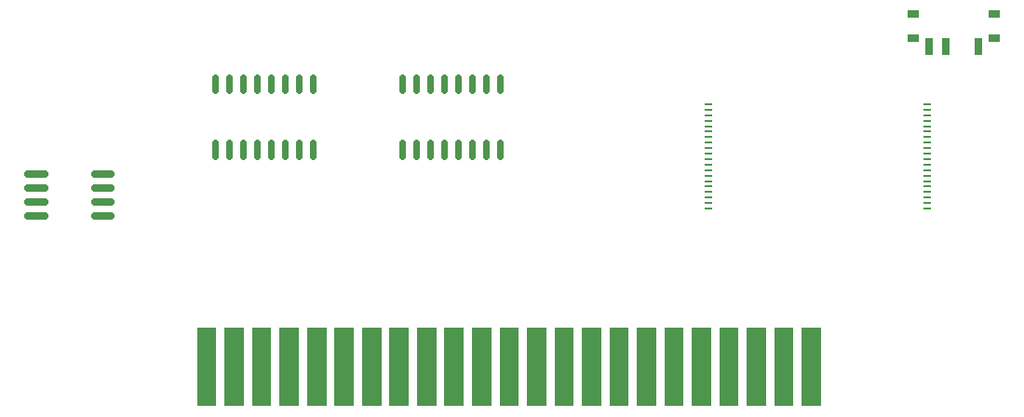
<source format=gtp>
G04 Layer: TopPasteMaskLayer*
G04 EasyEDA v5.9.42, Mon, 13 May 2019 22:36:32 GMT*
G04 18fdc59d78804919a667ee1bdc29a187*
G04 Gerber Generator version 0.2*
G04 Scale: 100 percent, Rotated: No, Reflected: No *
G04 Dimensions in inches *
G04 leading zeros omitted , absolute positions ,2 integer and 4 decimal *
%FSLAX24Y24*%
%MOIN*%
G90*
G70D02*

%ADD13C,0.023622*%
%ADD14C,0.027559*%
%ADD16R,0.027560X0.007870*%
%ADD17R,0.039400X0.031500*%
%ADD18R,0.027600X0.059100*%

%LPD*%
G54D13*
G01X19351Y11458D02*
G01X19351Y11931D01*
G01X18851Y11458D02*
G01X18851Y11931D01*
G01X18351Y11458D02*
G01X18351Y11931D01*
G01X17851Y11458D02*
G01X17851Y11931D01*
G01X17351Y11458D02*
G01X17351Y11931D01*
G01X16851Y11458D02*
G01X16851Y11931D01*
G01X16351Y11458D02*
G01X16351Y11931D01*
G01X15851Y11458D02*
G01X15851Y11931D01*
G01X19351Y9118D02*
G01X19351Y9591D01*
G01X18851Y9118D02*
G01X18851Y9591D01*
G01X18351Y9118D02*
G01X18351Y9591D01*
G01X17851Y9118D02*
G01X17851Y9591D01*
G01X17351Y9118D02*
G01X17351Y9591D01*
G01X16851Y9118D02*
G01X16851Y9591D01*
G01X16351Y9118D02*
G01X16351Y9591D01*
G01X15851Y9118D02*
G01X15851Y9591D01*
G01X12651Y11458D02*
G01X12651Y11931D01*
G01X12151Y11458D02*
G01X12151Y11931D01*
G01X11651Y11458D02*
G01X11651Y11931D01*
G01X11151Y11458D02*
G01X11151Y11931D01*
G01X10651Y11458D02*
G01X10651Y11931D01*
G01X10151Y11458D02*
G01X10151Y11931D01*
G01X9651Y11458D02*
G01X9651Y11931D01*
G01X9151Y11458D02*
G01X9151Y11931D01*
G01X12651Y9118D02*
G01X12651Y9591D01*
G01X12151Y9118D02*
G01X12151Y9591D01*
G01X11651Y9118D02*
G01X11651Y9591D01*
G01X11151Y9118D02*
G01X11151Y9591D01*
G01X10651Y9118D02*
G01X10651Y9591D01*
G01X10151Y9118D02*
G01X10151Y9591D01*
G01X9651Y9118D02*
G01X9651Y9591D01*
G01X9151Y9118D02*
G01X9151Y9591D01*
G54D14*
G01X2466Y8474D02*
G01X3056Y8474D01*
G01X2466Y7974D02*
G01X3056Y7974D01*
G01X2466Y7474D02*
G01X3056Y7474D01*
G01X2466Y6974D02*
G01X3056Y6974D01*
G01X4846Y8474D02*
G01X5436Y8474D01*
G01X4846Y7974D02*
G01X5436Y7974D01*
G01X4846Y7474D02*
G01X5436Y7474D01*
G01X4846Y6974D02*
G01X5436Y6974D01*
G54D16*
G01X26811Y10974D03*
G01X26811Y10778D03*
G01X26811Y10581D03*
G01X26811Y10384D03*
G01X26811Y10187D03*
G01X26811Y9990D03*
G01X26811Y9793D03*
G01X26811Y9596D03*
G01X26811Y9400D03*
G01X26811Y9203D03*
G01X26811Y9006D03*
G01X26811Y8809D03*
G01X26811Y8612D03*
G01X26811Y8415D03*
G01X26811Y8218D03*
G01X26811Y8022D03*
G01X26811Y7825D03*
G01X26811Y7628D03*
G01X26811Y7431D03*
G01X26811Y7234D03*
G01X34646Y7234D03*
G01X34646Y7431D03*
G01X34646Y7628D03*
G01X34646Y7825D03*
G01X34646Y8022D03*
G01X34646Y8218D03*
G01X34646Y8415D03*
G01X34646Y8612D03*
G01X34646Y8809D03*
G01X34646Y9006D03*
G01X34646Y9203D03*
G01X34646Y9400D03*
G01X34646Y9596D03*
G01X34646Y9793D03*
G01X34646Y9990D03*
G01X34646Y10187D03*
G01X34646Y10384D03*
G01X34646Y10581D03*
G01X34646Y10778D03*
G01X34646Y10974D03*
G36*
G01X30167Y2981D02*
G01X30856Y2981D01*
G01X30856Y166D01*
G01X30167Y166D01*
G01X30167Y2981D01*
G37*
G36*
G01X29182Y2981D02*
G01X29871Y2981D01*
G01X29871Y166D01*
G01X29182Y166D01*
G01X29182Y2981D01*
G37*
G36*
G01X28198Y2981D02*
G01X28887Y2981D01*
G01X28887Y166D01*
G01X28198Y166D01*
G01X28198Y2981D01*
G37*
G36*
G01X27214Y2981D02*
G01X27903Y2981D01*
G01X27903Y166D01*
G01X27214Y166D01*
G01X27214Y2981D01*
G37*
G36*
G01X26230Y2981D02*
G01X26919Y2981D01*
G01X26919Y166D01*
G01X26230Y166D01*
G01X26230Y2981D01*
G37*
G36*
G01X25245Y2981D02*
G01X25934Y2981D01*
G01X25934Y166D01*
G01X25245Y166D01*
G01X25245Y2981D01*
G37*
G36*
G01X24261Y2981D02*
G01X24950Y2981D01*
G01X24950Y166D01*
G01X24261Y166D01*
G01X24261Y2981D01*
G37*
G36*
G01X23277Y2981D02*
G01X23966Y2981D01*
G01X23966Y166D01*
G01X23277Y166D01*
G01X23277Y2981D01*
G37*
G36*
G01X22293Y2981D02*
G01X22982Y2981D01*
G01X22982Y166D01*
G01X22293Y166D01*
G01X22293Y2981D01*
G37*
G36*
G01X21308Y2981D02*
G01X21997Y2981D01*
G01X21997Y166D01*
G01X21308Y166D01*
G01X21308Y2981D01*
G37*
G36*
G01X20324Y2981D02*
G01X21013Y2981D01*
G01X21013Y166D01*
G01X20324Y166D01*
G01X20324Y2981D01*
G37*
G36*
G01X19340Y2981D02*
G01X20029Y2981D01*
G01X20029Y166D01*
G01X19340Y166D01*
G01X19340Y2981D01*
G37*
G36*
G01X18356Y2981D02*
G01X19045Y2981D01*
G01X19045Y166D01*
G01X18356Y166D01*
G01X18356Y2981D01*
G37*
G36*
G01X17371Y2981D02*
G01X18060Y2981D01*
G01X18060Y166D01*
G01X17371Y166D01*
G01X17371Y2981D01*
G37*
G36*
G01X16387Y2981D02*
G01X17076Y2981D01*
G01X17076Y166D01*
G01X16387Y166D01*
G01X16387Y2981D01*
G37*
G36*
G01X15403Y2981D02*
G01X16092Y2981D01*
G01X16092Y166D01*
G01X15403Y166D01*
G01X15403Y2981D01*
G37*
G36*
G01X14419Y2981D02*
G01X15108Y2981D01*
G01X15108Y166D01*
G01X14419Y166D01*
G01X14419Y2981D01*
G37*
G36*
G01X13434Y2981D02*
G01X14123Y2981D01*
G01X14123Y166D01*
G01X13434Y166D01*
G01X13434Y2981D01*
G37*
G36*
G01X12450Y2981D02*
G01X13139Y2981D01*
G01X13139Y166D01*
G01X12450Y166D01*
G01X12450Y2981D01*
G37*
G36*
G01X11466Y2981D02*
G01X12155Y2981D01*
G01X12155Y166D01*
G01X11466Y166D01*
G01X11466Y2981D01*
G37*
G36*
G01X10482Y2981D02*
G01X11171Y2981D01*
G01X11171Y166D01*
G01X10482Y166D01*
G01X10482Y2981D01*
G37*
G36*
G01X9497Y2981D02*
G01X10186Y2981D01*
G01X10186Y166D01*
G01X9497Y166D01*
G01X9497Y2981D01*
G37*
G36*
G01X8513Y2981D02*
G01X9202Y2981D01*
G01X9202Y166D01*
G01X8513Y166D01*
G01X8513Y2981D01*
G37*
G54D17*
G01X37071Y14204D03*
G01X37071Y13344D03*
G01X34151Y13344D03*
G01X34151Y14204D03*
G54D18*
G01X36501Y13034D03*
G01X35311Y13034D03*
G01X34721Y13034D03*
M00*
M02*

</source>
